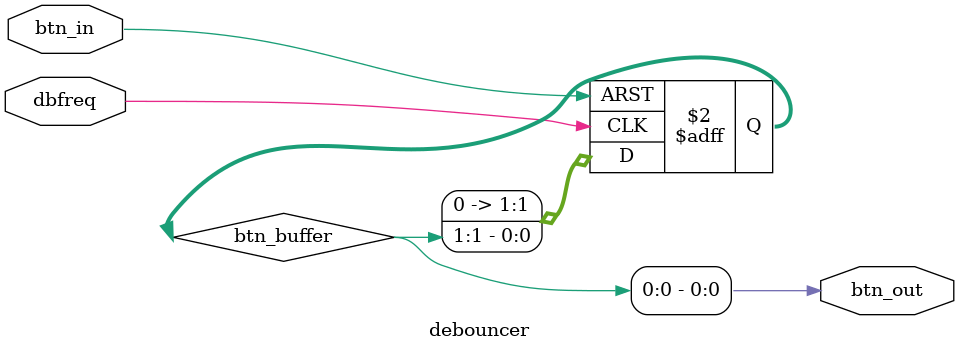
<source format=v>
`timescale 1ns / 1ps
module debouncer(
    input dbfreq,
    input btn_in,
    output btn_out
    );

reg [1:0] btn_buffer;
assign btn_out = btn_buffer[0];

always @(posedge dbfreq or posedge btn_in) begin
    if (btn_in)
        btn_buffer <= 2'b11;
    else
        btn_buffer <= {1'b0, btn_buffer[1]};
    end

endmodule

</source>
